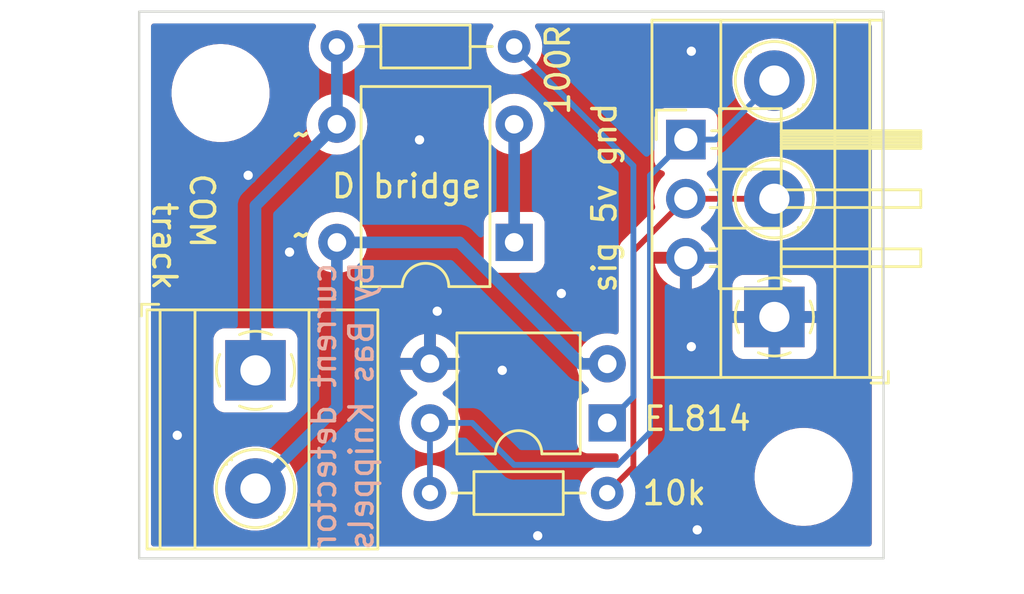
<source format=kicad_pcb>
(kicad_pcb (version 20211014) (generator pcbnew)
  (layers (0 "F.Cu" signal) (31 "B.Cu" signal) (34 "B.Paste" user) (35 "F.Paste" user) (36 "B.SilkS" user "B.Silkscreen") (37 "F.SilkS" user "F.Silkscreen") (38 "B.Mask" user) (39 "F.Mask" user) (44 "Edge.Cuts" user))
  (net 0 "")
  (net 1 "Net-(D1201-Pad1)")
  (net 2 "Net-(D1201-Pad3)")
  (net 3 "Net-(D1201-Pad4)")
  (net 4 "GND")
  (net 5 "+5V")
  (net 6 "sig")
  (net 7 "Net-(R1201-Pad2)")
  (footprint "Connector_PinHeader_2.54mm:PinHeader_1x03_P2.54mm_Horizontal" (layer "F.Cu") (at 173.5 96)
    (fp_text reference "J1203" hide)
    (fp_text value "ter")
    (fp_line (start 1.11 0.38) (end 1.44 0.38) (layer "F.SilkS") (width 0.12))
    (fp_line (start 10.1 0.38) (end 4.1 0.38) (layer "F.SilkS") (width 0.12))
    (fp_line (start 1.44 3.81) (end 4.1 3.81) (layer "F.SilkS") (width 0.12))
    (fp_line (start 4.1 6.41) (end 4.1 -1.33) (layer "F.SilkS") (width 0.12))
    (fp_line (start 4.1 2.16) (end 10.1 2.16) (layer "F.SilkS") (width 0.12))
    (fp_line (start 1.44 6.41) (end 4.1 6.41) (layer "F.SilkS") (width 0.12))
    (fp_line (start -1.27 0) (end -1.27 -1.27) (layer "F.SilkS") (width 0.12))
    (fp_line (start 1.042929 5.46) (end 1.44 5.46) (layer "F.SilkS") (width 0.12))
    (fp_line (start 1.042929 4.7) (end 1.44 4.7) (layer "F.SilkS") (width 0.12))
    (fp_line (start 4.1 -1.33) (end 1.44 -1.33) (layer "F.SilkS") (width 0.12))
    (fp_line (start 10.1 5.46) (end 4.1 5.46) (layer "F.SilkS") (width 0.12))
    (fp_line (start 4.1 -0.2) (end 10.1 -0.2) (layer "F.SilkS") (width 0.12))
    (fp_line (start 10.1 2.92) (end 4.1 2.92) (layer "F.SilkS") (width 0.12))
    (fp_line (start 4.1 -0.38) (end 10.1 -0.38) (layer "F.SilkS") (width 0.12))
    (fp_line (start 4.1 4.7) (end 10.1 4.7) (layer "F.SilkS") (width 0.12))
    (fp_line (start 4.1 0.04) (end 10.1 0.04) (layer "F.SilkS") (width 0.12))
    (fp_line (start 4.1 -0.32) (end 10.1 -0.32) (layer "F.SilkS") (width 0.12))
    (fp_line (start 10.1 4.7) (end 10.1 5.46) (layer "F.SilkS") (width 0.12))
    (fp_line (start 1.44 -1.33) (end 1.44 6.41) (layer "F.SilkS") (width 0.12))
    (fp_line (start 10.1 2.16) (end 10.1 2.92) (layer "F.SilkS") (width 0.12))
    (fp_line (start 4.1 -0.08) (end 10.1 -0.08) (layer "F.SilkS") (width 0.12))
    (fp_line (start -1.27 -1.27) (end 0 -1.27) (layer "F.SilkS") (width 0.12))
    (fp_line (start 4.1 0.16) (end 10.1 0.16) (layer "F.SilkS") (width 0.12))
    (fp_line (start 10.1 -0.38) (end 10.1 0.38) (layer "F.SilkS") (width 0.12))
    (fp_line (start 1.11 -0.38) (end 1.44 -0.38) (layer "F.SilkS") (width 0.12))
    (fp_line (start 1.042929 2.16) (end 1.44 2.16) (layer "F.SilkS") (width 0.12))
    (fp_line (start 4.1 0.28) (end 10.1 0.28) (layer "F.SilkS") (width 0.12))
    (fp_line (start 1.44 1.27) (end 4.1 1.27) (layer "F.SilkS") (width 0.12))
    (fp_line (start 1.042929 2.92) (end 1.44 2.92) (layer "F.SilkS") (width 0.12))
    (pad "1" thru_hole rect (at 0 0) (size 1.7 1.7) (drill 1) (layers *.Cu *.Mask) (net 6 "sig"))
    (pad "2" thru_hole oval (at 0 2.54) (size 1.7 1.7) (drill 1) (layers *.Cu *.Mask) (net 5 "+5V"))
    (pad "3" thru_hole oval (at 0 5.08) (size 1.7 1.7) (drill 1) (layers *.Cu *.Mask) (net 4 "GND"))
  )
  (footprint "MountingHole:MountingHole_3.2mm_M3" (layer "F.Cu") (at 153.5 94)
    (fp_text reference "REF**" hide)
    (fp_text value "MountingHole_3.2mm_M3")
    (pad "" np_thru_hole circle (at 0 0) (size 3.2 3.2) (drill 3.2) (layers F&B.Cu *.Mask))
  )
  (footprint "Resistor_THT:R_Axial_DIN0204_L3.6mm_D1.6mm_P7.62mm_Horizontal" (layer "F.Cu") (at 170.12 111.194 180)
    (fp_text reference "R1202" hide)
    (fp_text value "10k" (at -2.88 0) (layer "F.SilkS"))
    (fp_line (start 5.73 0.92) (end 5.73 -0.92) (layer "F.SilkS") (width 0.12))
    (fp_line (start 5.73 -0.92) (end 1.89 -0.92) (layer "F.SilkS") (width 0.12))
    (fp_line (start 1.89 -0.92) (end 1.89 0.92) (layer "F.SilkS") (width 0.12))
    (fp_line (start 0.94 0) (end 1.89 0) (layer "F.SilkS") (width 0.12))
    (fp_line (start 6.68 0) (end 5.73 0) (layer "F.SilkS") (width 0.12))
    (fp_line (start 1.89 0.92) (end 5.73 0.92) (layer "F.SilkS") (width 0.12))
    (pad "1" thru_hole circle (at 0 0 180) (size 1.4 1.4) (drill 0.7) (layers *.Cu *.Mask) (net 5 "+5V"))
    (pad "2" thru_hole oval (at 7.62 0 180) (size 1.4 1.4) (drill 0.7) (layers *.Cu *.Mask) (net 6 "sig"))
  )
  (footprint "MountingHole:MountingHole_3.2mm_M3" (layer "F.Cu") (at 178.562 110.5)
    (fp_text reference "REF**" hide)
    (fp_text value "MountingHole_3.2mm_M3")
    (pad "" np_thru_hole circle (at 0 0) (size 3.2 3.2) (drill 3.2) (layers *.Cu *.Mask))
  )
  (footprint "TerminalBlock_Phoenix:TerminalBlock_Phoenix_MKDS-1,5-3-5.08_1x03_P5.08mm_Horizontal" (layer "F.Cu") (at 177.305 103.625 90)
    (fp_text reference "J1202" hide)
    (fp_text value "ter")
    (fp_line (start 9.126 1.239) (end 9.091 1.274) (layer "F.SilkS") (width 0.12))
    (fp_line (start 8.933 1.023) (end 8.886 1.069) (layer "F.SilkS") (width 0.12))
    (fp_line (start 6.355 -1.069) (end 6.308 -1.023) (layer "F.SilkS") (width 0.12))
    (fp_line (start -2.84 4.16) (end -2.84 4.9) (layer "F.SilkS") (width 0.12))
    (fp_line (start 3.853 1.023) (end 3.806 1.069) (layer "F.SilkS") (width 0.12))
    (fp_line (start -2.6 4.1) (end 12.76 4.1) (layer "F.SilkS") (width 0.12))
    (fp_line (start -2.6 -5.261) (end -2.6 4.66) (layer "F.SilkS") (width 0.12))
    (fp_line (start -2.6 -5.261) (end 12.76 -5.261) (layer "F.SilkS") (width 0.12))
    (fp_line (start 11.23 -1.275) (end 11.195 -1.239) (layer "F.SilkS") (width 0.12))
    (fp_line (start -2.6 4.66) (end 12.76 4.66) (layer "F.SilkS") (width 0.12))
    (fp_line (start 6.15 -1.275) (end 6.115 -1.239) (layer "F.SilkS") (width 0.12))
    (fp_line (start -2.84 4.9) (end -2.34 4.9) (layer "F.SilkS") (width 0.12))
    (fp_line (start -2.6 -2.301) (end 12.76 -2.301) (layer "F.SilkS") (width 0.12))
    (fp_line (start 4.046 1.239) (end 4.011 1.274) (layer "F.SilkS") (width 0.12))
    (fp_line (start 11.435 -1.069) (end 11.388 -1.023) (layer "F.SilkS") (width 0.12))
    (fp_line (start 12.76 -5.261) (end 12.76 4.66) (layer "F.SilkS") (width 0.12))
    (fp_line (start -2.6 2.6) (end 12.76 2.6) (layer "F.SilkS") (width 0.12))
    (fp_arc (start -0.683042 -1.535427) (mid 0.000524 -1.680501) (end 0.684 -1.535) (layer "F.SilkS") (width 0.12))
    (fp_arc (start -1.535427 0.683042) (mid -1.680501 -0.000524) (end -1.535 -0.684) (layer "F.SilkS") (width 0.12))
    (fp_arc (start 1.535427 -0.683042) (mid 1.680501 0.000524) (end 1.535 0.684) (layer "F.SilkS") (width 0.12))
    (fp_arc (start 0.028805 1.680253) (mid -0.335551 1.646659) (end -0.684 1.535) (layer "F.SilkS") (width 0.12))
    (fp_arc (start 0.683318 1.534756) (mid 0.349292 1.643288) (end 0 1.68) (layer "F.SilkS") (width 0.12))
    (fp_circle (center 5.08 0) (end 6.76 0) (layer "F.SilkS") (width 0.12) (fill none))
    (fp_circle (center 10.16 0) (end 11.84 0) (layer "F.SilkS") (width 0.12) (fill none))
    (pad "1" thru_hole rect (at 0 0 90) (size 2.6 2.6) (drill 1.3) (layers *.Cu *.Mask) (net 4 "GND"))
    (pad "2" thru_hole circle (at 5.08 0 90) (size 2.6 2.6) (drill 1.3) (layers *.Cu *.Mask) (net 5 "+5V"))
    (pad "3" thru_hole circle (at 10.16 0 90) (size 2.6 2.6) (drill 1.3) (layers *.Cu *.Mask) (net 6 "sig"))
  )
  (footprint "TerminalBlock_Phoenix:TerminalBlock_Phoenix_MKDS-1,5-2-5.08_1x02_P5.08mm_Horizontal" (layer "F.Cu") (at 155 105.92 -90)
    (fp_text reference "J1201" hide)
    (fp_text value "tracks")
    (fp_line (start 6.355 -1.069) (end 6.308 -1.023) (layer "F.SilkS") (width 0.12))
    (fp_line (start 3.853 1.023) (end 3.806 1.069) (layer "F.SilkS") (width 0.12))
    (fp_line (start -2.6 -5.261) (end -2.6 4.66) (layer "F.SilkS") (width 0.12))
    (fp_line (start 6.15 -1.275) (end 6.115 -1.239) (layer "F.SilkS") (width 0.12))
    (fp_line (start 4.046 1.239) (end 4.011 1.274) (layer "F.SilkS") (width 0.12))
    (fp_line (start -2.6 4.66) (end 7.68 4.66) (layer "F.SilkS") (width 0.12))
    (fp_line (start -2.84 4.16) (end -2.84 4.9) (layer "F.SilkS") (width 0.12))
    (fp_line (start -2.6 -5.261) (end 7.68 -5.261) (layer "F.SilkS") (width 0.12))
    (fp_line (start -2.84 4.9) (end -2.34 4.9) (layer "F.SilkS") (width 0.12))
    (fp_line (start -2.6 -2.301) (end 7.68 -2.301) (layer "F.SilkS") (width 0.12))
    (fp_line (start -2.6 2.6) (end 7.68 2.6) (layer "F.SilkS") (width 0.12))
    (fp_line (start -2.6 4.1) (end 7.68 4.1) (layer "F.SilkS") (width 0.12))
    (fp_line (start 7.68 -5.261) (end 7.68 4.66) (layer "F.SilkS") (width 0.12))
    (fp_arc (start -0.683042 -1.535427) (mid 0.000524 -1.680501) (end 0.684 -1.535) (layer "F.SilkS") (width 0.12))
    (fp_arc (start -1.535427 0.683042) (mid -1.680501 -0.000524) (end -1.535 -0.684) (layer "F.SilkS") (width 0.12))
    (fp_arc (start 0.028805 1.680253) (mid -0.335551 1.646659) (end -0.684 1.535) (layer "F.SilkS") (width 0.12))
    (fp_arc (start 1.535427 -0.683042) (mid 1.680501 0.000524) (end 1.535 0.684) (layer "F.SilkS") (width 0.12))
    (fp_arc (start 0.683318 1.534756) (mid 0.349292 1.643288) (end 0 1.68) (layer "F.SilkS") (width 0.12))
    (fp_circle (center 5.08 0) (end 6.76 0) (layer "F.SilkS") (width 0.12) (fill none))
    (pad "1" thru_hole rect (at 0 0 270) (size 2.6 2.6) (drill 1.3) (layers *.Cu *.Mask) (net 2 "Net-(D1201-Pad3)"))
    (pad "2" thru_hole circle (at 5.08 0 270) (size 2.6 2.6) (drill 1.3) (layers *.Cu *.Mask) (net 3 "Net-(D1201-Pad4)"))
  )
  (footprint "Diode_THT:Diode_Bridge_DIP-4_W7.62mm_P5.08mm" (layer "F.Cu") (at 166.12 100.42 180)
    (fp_text reference "D1201" hide)
    (fp_text value "D")
    (fp_line (start 1.04 -1.9) (end 1.04 6.7) (layer "F.SilkS") (width 0.12))
    (fp_line (start 6.58 -1.9) (end 4.81 -1.9) (layer "F.SilkS") (width 0.12))
    (fp_line (start 2.81 -1.9) (end 1.04 -1.9) (layer "F.SilkS") (width 0.12))
    (fp_line (start 1.04 6.7) (end 6.58 6.7) (layer "F.SilkS") (width 0.12))
    (fp_line (start 6.58 6.7) (end 6.58 -1.9) (layer "F.SilkS") (width 0.12))
    (fp_arc (start 4.81 -1.9) (mid 3.81 -0.9) (end 2.81 -1.9) (layer "F.SilkS") (width 0.12))
    (pad "1" thru_hole rect (at 0 0 180) (size 1.6 1.6) (drill 0.8) (layers *.Cu *.Mask) (net 1 "Net-(D1201-Pad1)"))
    (pad "2" thru_hole oval (at 0 5.08 180) (size 1.6 1.6) (drill 0.8) (layers *.Cu *.Mask) (net 1 "Net-(D1201-Pad1)"))
    (pad "3" thru_hole oval (at 7.62 5.08 180) (size 1.6 1.6) (drill 0.8) (layers *.Cu *.Mask) (net 2 "Net-(D1201-Pad3)"))
    (pad "4" thru_hole oval (at 7.62 0 180) (size 1.6 1.6) (drill 0.8) (layers *.Cu *.Mask) (net 3 "Net-(D1201-Pad4)"))
  )
  (footprint "Resistor_THT:R_Axial_DIN0204_L3.6mm_D1.6mm_P7.62mm_Horizontal" (layer "F.Cu") (at 158.5 92)
    (fp_text reference "R1201" hide)
    (fp_text value "100R" (at 9.5 1 90) (layer "F.SilkS"))
    (fp_line (start 1.89 -0.92) (end 1.89 0.92) (layer "F.SilkS") (width 0.12))
    (fp_line (start 5.73 0.92) (end 5.73 -0.92) (layer "F.SilkS") (width 0.12))
    (fp_line (start 0.94 0) (end 1.89 0) (layer "F.SilkS") (width 0.12))
    (fp_line (start 1.89 0.92) (end 5.73 0.92) (layer "F.SilkS") (width 0.12))
    (fp_line (start 5.73 -0.92) (end 1.89 -0.92) (layer "F.SilkS") (width 0.12))
    (fp_line (start 6.68 0) (end 5.73 0) (layer "F.SilkS") (width 0.12))
    (pad "1" thru_hole circle (at 0 0) (size 1.4 1.4) (drill 0.7) (layers *.Cu *.Mask) (net 2 "Net-(D1201-Pad3)"))
    (pad "2" thru_hole oval (at 7.62 0) (size 1.4 1.4) (drill 0.7) (layers *.Cu *.Mask) (net 7 "Net-(R1201-Pad2)"))
  )
  (footprint "Package_DIP:DIP-4_W7.62mm" (layer "F.Cu") (at 170.12 108.18 180)
    (fp_text reference "U1201" hide)
    (fp_text value "EL814" (at -3.88 0.18 180) (layer "F.SilkS"))
    (fp_line (start 1.16 -1.33) (end 1.16 3.87) (layer "F.SilkS") (width 0.12))
    (fp_line (start 2.81 -1.33) (end 1.16 -1.33) (layer "F.SilkS") (width 0.12))
    (fp_line (start 6.46 -1.33) (end 4.81 -1.33) (layer "F.SilkS") (width 0.12))
    (fp_line (start 1.16 3.87) (end 6.46 3.87) (layer "F.SilkS") (width 0.12))
    (fp_line (start 6.46 3.87) (end 6.46 -1.33) (layer "F.SilkS") (width 0.12))
    (fp_arc (start 4.81 -1.33) (mid 3.81 -0.33) (end 2.81 -1.33) (layer "F.SilkS") (width 0.12))
    (pad "1" thru_hole rect (at 0 0 180) (size 1.6 1.6) (drill 0.8) (layers *.Cu *.Mask) (net 7 "Net-(R1201-Pad2)"))
    (pad "2" thru_hole oval (at 0 2.54 180) (size 1.6 1.6) (drill 0.8) (layers *.Cu *.Mask) (net 3 "Net-(D1201-Pad4)"))
    (pad "3" thru_hole oval (at 7.62 2.54 180) (size 1.6 1.6) (drill 0.8) (layers *.Cu *.Mask) (net 4 "GND"))
    (pad "4" thru_hole oval (at 7.62 0 180) (size 1.6 1.6) (drill 0.8) (layers *.Cu *.Mask) (net 6 "sig"))
  )
  (gr_rect (start 182 90.5) (end 150 114) (layer "Edge.Cuts") (width 0.1) (fill none))
  (gr_text "current detector\nBy Bas Knippels" (at 158.75 107.442 90) (layer "B.SilkS") (effects (font (size 1 1)) (justify mirror)))
  (gr_text "~" (at 156.972 100.076) (layer "F.SilkS") (effects (font (size 1 1))))
  (gr_text "sig 5v gnd" (at 170 98.5 90) (layer "F.SilkS") (effects (font (size 1 1))))
  (gr_text "~" (at 156.972 95.758) (layer "F.SilkS") (effects (font (size 1 1))))
  (gr_text "COM  \n  track" (at 151.892 99.822 270) (layer "F.SilkS") (effects (font (size 1 1))))
  (gr_text "D bridge" (at 161.5 98) (layer "F.SilkS") (effects (font (size 1 1))))
  (segment (start 166.12 100.42) (end 166.12 95.34) (width 0.5) (layer "B.Cu") (net 1))
  (segment (start 155 105.92) (end 155 98.84) (width 0.5) (layer "B.Cu") (net 2))
  (segment (start 158.5 95.34) (end 158.5 92) (width 0.5) (layer "B.Cu") (net 2))
  (segment (start 155 98.84) (end 158.5 95.34) (width 0.5) (layer "B.Cu") (net 2))
  (segment (start 158.5 107.5) (end 155 111) (width 0.5) (layer "B.Cu") (net 3))
  (segment (start 158.5 100.42) (end 158.5 107.5) (width 0.5) (layer "B.Cu") (net 3))
  (segment (start 163.76863 100.42) (end 158.5 100.42) (width 0.5) (layer "B.Cu") (net 3))
  (segment (start 170.12 105.64) (end 168.98863 105.64) (width 0.5) (layer "B.Cu") (net 3))
  (segment (start 168.98863 105.64) (end 163.76863 100.42) (width 0.5) (layer "B.Cu") (net 3))
  (via (at 156.464 100.838) (size 0.8) (drill 0.4) (layers "F.Cu" "B.Cu") (net 4))
  (via (at 173.736 104.902) (size 0.8) (drill 0.4) (layers "F.Cu" "B.Cu") (net 4))
  (via (at 173.99 112.776) (size 0.8) (drill 0.4) (layers "F.Cu" "B.Cu") (net 4))
  (via (at 151.638 108.712) (size 0.8) (drill 0.4) (layers "F.Cu" "B.Cu") (net 4))
  (via (at 162.814 103.378) (size 0.8) (drill 0.4) (layers "F.Cu" "B.Cu") (net 4))
  (via (at 168.148 102.616) (size 0.8) (drill 0.4) (layers "F.Cu" "B.Cu") (net 4))
  (via (at 162.052 96.012) (size 0.8) (drill 0.4) (layers "F.Cu" "B.Cu") (net 4))
  (via (at 154.686 97.536) (size 0.8) (drill 0.4) (layers "F.Cu" "B.Cu") (net 4))
  (via (at 167.132 113.03) (size 0.8) (drill 0.4) (layers "F.Cu" "B.Cu") (net 4))
  (via (at 165.608 105.918) (size 0.8) (drill 0.4) (layers "F.Cu" "B.Cu") (net 4))
  (via (at 173.736 92.202) (size 0.8) (drill 0.4) (layers "F.Cu" "B.Cu") (net 4))
  (segment (start 173.5 98.54) (end 171.245 100.795) (width 0.25) (layer "F.Cu") (net 5))
  (segment (start 173.505 98.545) (end 173.5 98.54) (width 0.25) (layer "F.Cu") (net 5))
  (segment (start 177.305 98.545) (end 173.505 98.545) (width 0.25) (layer "F.Cu") (net 5))
  (segment (start 171.245 110.069) (end 170.12 111.194) (width 0.25) (layer "F.Cu") (net 5))
  (segment (start 171.245 100.795) (end 171.245 110.069) (width 0.25) (layer "F.Cu") (net 5))
  (segment (start 171.958 97.542) (end 171.958 108.592) (width 0.25) (layer "B.Cu") (net 6))
  (segment (start 173.5 96) (end 171.958 97.542) (width 0.25) (layer "B.Cu") (net 6))
  (segment (start 162.5 111.194) (end 162.5 108.18) (width 0.25) (layer "B.Cu") (net 6))
  (segment (start 164.314 108.18) (end 162.5 108.18) (width 0.25) (layer "B.Cu") (net 6))
  (segment (start 177.305 93.465) (end 174.77 96) (width 0.25) (layer "B.Cu") (net 6))
  (segment (start 174.77 96) (end 173.5 96) (width 0.25) (layer "B.Cu") (net 6))
  (segment (start 171.958 108.592) (end 170.568 109.982) (width 0.25) (layer "B.Cu") (net 6))
  (segment (start 166.116 109.982) (end 164.314 108.18) (width 0.25) (layer "B.Cu") (net 6))
  (segment (start 170.568 109.982) (end 166.116 109.982) (width 0.25) (layer "B.Cu") (net 6))
  (segment (start 170.12 108.18) (end 171.245 107.055) (width 0.25) (layer "B.Cu") (net 7))
  (segment (start 171.245 97.125) (end 166.12 92) (width 0.25) (layer "B.Cu") (net 7))
  (segment (start 171.245 107.055) (end 171.245 97.125) (width 0.25) (layer "B.Cu") (net 7))
  (zone (net 4) (net_name "GND") (layers F&B.Cu) (connect_pads (clearance 0.508)) (min_thickness 0.254) (fill yes (thermal_gap 0.508) (thermal_bridge_width 0.508))
    (polygon (pts (xy 183 115) (xy 149.5 115.5) (xy 149.5 90) (xy 183 90)))
  )
)
</source>
